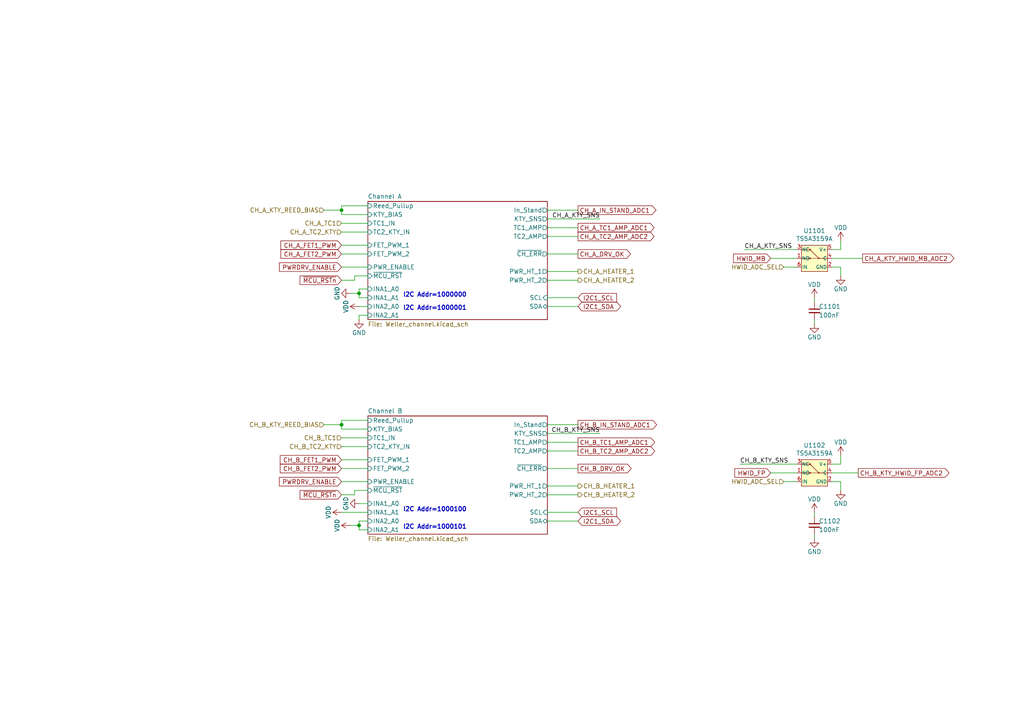
<source format=kicad_sch>
(kicad_sch (version 20211123) (generator eeschema)
  (paper "A4")
  (title_block (title "Dual Weller WMRP or WMRT capable channels") (date "2020-08-07") (rev "R0.1") (company "SolderingStationGroup : Jonny Svärd / Mathias Johansson / Magnus Thulesius"))
  (lib_symbols
    (symbol "Device:C_Small" (pin_numbers hide) (pin_names (offset 0.254) hide)
      (property "Reference" "C" (at 0.254 1.778 0))
      (property "Value" "C_Small" (at 0.254 -2.032 0))
      (symbol "C_Small_0_1"
        (polyline (pts (xy -1.524 -0.508) (xy 1.524 -0.508)) (stroke (width 0.3302)))
        (polyline (pts (xy -1.524 0.508) (xy 1.524 0.508)) (stroke (width 0.3048)))
      )
      (symbol "C_Small_1_1"
        (pin passive line (at 0 2.54 270) (length 2.032) (name "~") (number "1"))
        (pin passive line (at 0 -2.54 90) (length 2.032) (name "~") (number "2"))
      )
    )
    (symbol "customlib_mj:TS5A3159A" (pin_names (offset 0.127))
      (property "Reference" "U" (at 0 5.08 0))
      (property "Value" "TS5A3159A" (at 0 -5.08 0))
      (symbol "TS5A3159A_0_1"
        (rectangle (start -3.81 3.81) (end 3.81 -3.81) (fill (type background)))
        (circle (center -1.27 0) (radius 0.1778))
        (circle (center -1.27 2.54) (radius 0.1778))
        (polyline (pts (xy -3.81 2.54) (xy -1.524 2.54)))
        (polyline (pts (xy -1.524 0) (xy -3.81 0)))
        (polyline (pts (xy -1.27 0) (xy -1.016 0)))
        (polyline (pts (xy -0.762 0) (xy -0.508 0)))
        (polyline (pts (xy -0.254 0) (xy 0 0)))
        (polyline (pts (xy 0.254 0) (xy 0.508 0)))
        (polyline (pts (xy 0.762 0) (xy 1.016 0)))
        (polyline (pts (xy 1.27 0) (xy -1.27 2.54)))
        (circle (center 1.27 0) (radius 0.127))
        (rectangle (start 3.81 0) (end 1.27 0))
      )
      (symbol "TS5A3159A_1_1"
        (pin passive line (at -5.08 0 0) (length 1.27) (name "NO") (number "1"))
        (pin power_in line (at 5.08 -2.54 180) (length 1.27) (name "GND") (number "2"))
        (pin passive line (at -5.08 2.54 0) (length 1.27) (name "NC") (number "3"))
        (pin passive line (at 5.08 0 180) (length 1.27) (name "C") (number "4"))
        (pin power_in line (at 5.08 2.54 180) (length 1.27) (name "V+") (number "5"))
        (pin input line (at -5.08 -2.54 0) (length 1.27) (name "IN") (number "6"))
      )
    )
    (symbol "power:GND" (power) (pin_names (offset 0))
      (property "Value" "GND" (at 0 -3.81 0))
      (symbol "GND_0_1"
        (polyline (pts (xy 0 0) (xy 0 -1.27) (xy 1.27 -1.27) (xy 0 -2.54) (xy -1.27 -1.27) (xy 0 -1.27)))
      )
      (symbol "GND_1_1"
        (pin power_in line (at 0 0 270) (length 0) hide (name "GND") (number "1"))
      )
    )
    (symbol "power:VDD" (power) (pin_names (offset 0))
      (property "Value" "VDD" (at 0 3.81 0))
      (symbol "VDD_0_1"
        (polyline (pts (xy -0.762 1.27) (xy 0 2.54)))
        (polyline (pts (xy 0 0) (xy 0 2.54)))
        (polyline (pts (xy 0 2.54) (xy 0.762 1.27)))
      )
      (symbol "VDD_1_1"
        (pin power_in line (at 0 0 90) (length 0) hide (name "VDD") (number "1"))
      )
    )
  )
  (junction (at 104.14 152.4))
  (junction (at 99.06 60.96))
  (junction (at 99.06 123.19))
  (junction (at 104.14 85.09))
  (wire (pts (xy 167.64 135.89) (xy 158.75 135.89)))
  (wire (pts (xy 99.06 127) (xy 106.68 127)))
  (wire (pts (xy 243.84 132.08) (xy 243.84 134.62)))
  (wire (pts (xy 243.84 72.39) (xy 243.84 69.85)))
  (wire (pts (xy 167.64 151.13) (xy 158.75 151.13)))
  (wire (pts (xy 243.84 139.7) (xy 243.84 142.24)))
  (wire (pts (xy 241.3 74.93) (xy 250.19 74.93)))
  (wire (pts (xy 99.06 73.66) (xy 106.68 73.66)))
  (wire (pts (xy 241.3 77.47) (xy 243.84 77.47)))
  (wire (pts (xy 99.06 59.69) (xy 106.68 59.69)))
  (wire (pts (xy 104.14 92.71) (xy 104.14 91.44)))
  (wire (pts (xy 99.06 81.28) (xy 102.87 81.28)))
  (wire (pts (xy 99.06 62.23) (xy 99.06 60.96)))
  (wire (pts (xy 99.06 124.46) (xy 99.06 123.19)))
  (wire (pts (xy 173.99 63.5) (xy 158.75 63.5)))
  (wire (pts (xy 99.06 133.35) (xy 106.68 133.35)))
  (wire (pts (xy 99.06 71.12) (xy 106.68 71.12)))
  (wire (pts (xy 99.06 129.54) (xy 106.68 129.54)))
  (wire (pts (xy 101.6 152.4) (xy 104.14 152.4)))
  (wire (pts (xy 243.84 134.62) (xy 241.3 134.62)))
  (wire (pts (xy 106.68 142.24) (xy 102.87 142.24)))
  (wire (pts (xy 214.63 134.62) (xy 231.14 134.62)))
  (wire (pts (xy 223.52 74.93) (xy 231.14 74.93)))
  (wire (pts (xy 104.14 85.09) (xy 101.6 85.09)))
  (wire (pts (xy 102.87 81.28) (xy 102.87 80.01)))
  (wire (pts (xy 99.06 135.89) (xy 106.68 135.89)))
  (wire (pts (xy 99.06 148.59) (xy 106.68 148.59)))
  (wire (pts (xy 99.06 67.31) (xy 106.68 67.31)))
  (wire (pts (xy 236.22 149.86) (xy 236.22 148.59)))
  (wire (pts (xy 167.64 148.59) (xy 158.75 148.59)))
  (wire (pts (xy 167.64 66.04) (xy 158.75 66.04)))
  (wire (pts (xy 104.14 83.82) (xy 104.14 85.09)))
  (wire (pts (xy 236.22 92.71) (xy 236.22 93.98)))
  (wire (pts (xy 167.64 88.9) (xy 158.75 88.9)))
  (wire (pts (xy 158.75 143.51) (xy 167.64 143.51)))
  (wire (pts (xy 99.06 124.46) (xy 106.68 124.46)))
  (wire (pts (xy 241.3 139.7) (xy 243.84 139.7)))
  (wire (pts (xy 158.75 81.28) (xy 167.64 81.28)))
  (wire (pts (xy 167.64 130.81) (xy 158.75 130.81)))
  (wire (pts (xy 99.06 121.92) (xy 106.68 121.92)))
  (wire (pts (xy 167.64 60.96) (xy 158.75 60.96)))
  (wire (pts (xy 104.14 88.9) (xy 106.68 88.9)))
  (wire (pts (xy 223.52 137.16) (xy 231.14 137.16)))
  (wire (pts (xy 93.98 123.19) (xy 99.06 123.19)))
  (wire (pts (xy 167.64 73.66) (xy 158.75 73.66)))
  (wire (pts (xy 167.64 140.97) (xy 158.75 140.97)))
  (wire (pts (xy 236.22 154.94) (xy 236.22 156.21)))
  (wire (pts (xy 215.9 72.39) (xy 231.14 72.39)))
  (wire (pts (xy 167.64 68.58) (xy 158.75 68.58)))
  (wire (pts (xy 106.68 151.13) (xy 104.14 151.13)))
  (wire (pts (xy 104.14 153.67) (xy 106.68 153.67)))
  (wire (pts (xy 99.06 139.7) (xy 106.68 139.7)))
  (wire (pts (xy 231.14 139.7) (xy 227.33 139.7)))
  (wire (pts (xy 167.64 86.36) (xy 158.75 86.36)))
  (wire (pts (xy 99.06 64.77) (xy 106.68 64.77)))
  (wire (pts (xy 167.64 78.74) (xy 158.75 78.74)))
  (wire (pts (xy 241.3 137.16) (xy 248.92 137.16)))
  (wire (pts (xy 93.98 60.96) (xy 99.06 60.96)))
  (wire (pts (xy 104.14 151.13) (xy 104.14 152.4)))
  (wire (pts (xy 106.68 62.23) (xy 99.06 62.23)))
  (wire (pts (xy 104.14 86.36) (xy 106.68 86.36)))
  (wire (pts (xy 99.06 123.19) (xy 99.06 121.92)))
  (wire (pts (xy 104.14 152.4) (xy 104.14 153.67)))
  (wire (pts (xy 167.64 128.27) (xy 158.75 128.27)))
  (wire (pts (xy 243.84 77.47) (xy 243.84 80.01)))
  (wire (pts (xy 231.14 77.47) (xy 227.33 77.47)))
  (wire (pts (xy 167.64 123.19) (xy 158.75 123.19)))
  (wire (pts (xy 102.87 143.51) (xy 99.06 143.51)))
  (wire (pts (xy 173.99 125.73) (xy 158.75 125.73)))
  (wire (pts (xy 102.87 80.01) (xy 106.68 80.01)))
  (wire (pts (xy 104.14 146.05) (xy 106.68 146.05)))
  (wire (pts (xy 99.06 77.47) (xy 106.68 77.47)))
  (wire (pts (xy 102.87 142.24) (xy 102.87 143.51)))
  (wire (pts (xy 104.14 91.44) (xy 106.68 91.44)))
  (wire (pts (xy 104.14 85.09) (xy 104.14 86.36)))
  (wire (pts (xy 99.06 60.96) (xy 99.06 59.69)))
  (wire (pts (xy 106.68 83.82) (xy 104.14 83.82)))
  (wire (pts (xy 241.3 72.39) (xy 243.84 72.39)))
  (wire (pts (xy 236.22 87.63) (xy 236.22 86.36)))
  (text "I2C Addr=1000100" (at 116.84 148.59 0) (effects (font (size 1.27 1.27) (thickness 0.254) bold) (justify left bottom)))
  (text "I2C Addr=1000001" (at 116.84 90.17 0) (effects (font (size 1.27 1.27) (thickness 0.254) bold) (justify left bottom)))
  (text "I2C Addr=1000101" (at 116.84 153.67 0) (effects (font (size 1.27 1.27) (thickness 0.254) bold) (justify left bottom)))
  (text "I2C Addr=1000000" (at 116.84 86.36 0) (effects (font (size 1.27 1.27) (thickness 0.254) bold) (justify left bottom)))
  (label "CH_B_KTY_SNS" (at 214.63 134.62 0))
  (label "CH_A_KTY_SNS" (at 173.99 63.5 180))
  (label "CH_A_KTY_SNS" (at 215.9 72.39 0))
  (label "CH_B_KTY_SNS" (at 173.99 125.73 180))
  (global_label "CH_B_FET2_PWM" (shape input) (at 99.06 135.89 180) (property "Intersheet References" "${INTERSHEET_REFS}" (effects hide)))
  (global_label "CH_B_TC1_AMP_ADC1" (shape output) (at 167.64 128.27 0) (property "Intersheet References" "${INTERSHEET_REFS}" (effects hide)))
  (global_label "CH_A_TC1_AMP_ADC1" (shape output) (at 167.64 66.04 0) (property "Intersheet References" "${INTERSHEET_REFS}" (effects hide)))
  (global_label "HWID_FP" (shape input) (at 223.52 137.16 180) (property "Intersheet References" "${INTERSHEET_REFS}" (effects hide)))
  (global_label "~{MCU_RSTn}" (shape input) (at 99.06 81.28 180) (property "Intersheet References" "${INTERSHEET_REFS}" (effects hide)))
  (global_label "CH_A_KTY_HWID_MB_ADC2" (shape output) (at 250.19 74.93 0) (property "Intersheet References" "${INTERSHEET_REFS}" (effects hide)))
  (global_label "CH_A_DRV_OK" (shape output) (at 167.64 73.66 0) (property "Intersheet References" "${INTERSHEET_REFS}" (effects hide)))
  (global_label "I2C1_SDA" (shape bidirectional) (at 167.64 88.9 0) (property "Intersheet References" "${INTERSHEET_REFS}" (effects hide)))
  (global_label "CH_B_TC2_AMP_ADC2" (shape output) (at 167.64 130.81 0) (property "Intersheet References" "${INTERSHEET_REFS}" (effects hide)))
  (global_label "CH_A_IN_STAND_ADC1" (shape output) (at 167.64 60.96 0) (property "Intersheet References" "${INTERSHEET_REFS}" (effects hide)))
  (global_label "I2C1_SDA" (shape bidirectional) (at 167.64 151.13 0) (property "Intersheet References" "${INTERSHEET_REFS}" (effects hide)))
  (global_label "~{MCU_RSTn}" (shape input) (at 99.06 143.51 180) (property "Intersheet References" "${INTERSHEET_REFS}" (effects hide)))
  (global_label "CH_A_FET1_PWM" (shape input) (at 99.06 71.12 180) (property "Intersheet References" "${INTERSHEET_REFS}" (effects hide)))
  (global_label "CH_A_TC2_AMP_ADC2" (shape output) (at 167.64 68.58 0) (property "Intersheet References" "${INTERSHEET_REFS}" (effects hide)))
  (global_label "CH_B_DRV_OK" (shape output) (at 167.64 135.89 0) (property "Intersheet References" "${INTERSHEET_REFS}" (effects hide)))
  (global_label "PWRDRV_ENABLE" (shape input) (at 99.06 139.7 180) (property "Intersheet References" "${INTERSHEET_REFS}" (effects hide)))
  (global_label "CH_B_FET1_PWM" (shape input) (at 99.06 133.35 180) (property "Intersheet References" "${INTERSHEET_REFS}" (effects hide)))
  (global_label "CH_A_FET2_PWM" (shape input) (at 99.06 73.66 180) (property "Intersheet References" "${INTERSHEET_REFS}" (effects hide)))
  (global_label "I2C1_SCL" (shape input) (at 167.64 148.59 0) (property "Intersheet References" "${INTERSHEET_REFS}" (effects hide)))
  (global_label "HWID_MB" (shape input) (at 223.52 74.93 180) (property "Intersheet References" "${INTERSHEET_REFS}" (effects hide)))
  (global_label "CH_B_KTY_HWID_FP_ADC2" (shape output) (at 248.92 137.16 0) (property "Intersheet References" "${INTERSHEET_REFS}" (effects hide)))
  (global_label "I2C1_SCL" (shape input) (at 167.64 86.36 0) (property "Intersheet References" "${INTERSHEET_REFS}" (effects hide)))
  (global_label "PWRDRV_ENABLE" (shape input) (at 99.06 77.47 180) (property "Intersheet References" "${INTERSHEET_REFS}" (effects hide)))
  (global_label "CH_B_IN_STAND_ADC1" (shape output) (at 167.64 123.19 0) (property "Intersheet References" "${INTERSHEET_REFS}" (effects hide)))
  (hierarchical_label "CH_A_HEATER_1" (shape output) (at 167.64 78.74 0))
  (hierarchical_label "CH_B_TC1" (shape input) (at 99.06 127 180))
  (hierarchical_label "CH_B_KTY_REED_BIAS" (shape input) (at 93.98 123.19 180))
  (hierarchical_label "CH_B_TC2_KTY" (shape input) (at 99.06 129.54 180))
  (hierarchical_label "CH_B_HEATER_2" (shape output) (at 167.64 143.51 0))
  (hierarchical_label "CH_A_TC1" (shape input) (at 99.06 64.77 180))
  (hierarchical_label "CH_A_TC2_KTY" (shape input) (at 99.06 67.31 180))
  (hierarchical_label "HWID_ADC_SEL" (shape input) (at 227.33 77.47 180))
  (hierarchical_label "HWID_ADC_SEL" (shape input) (at 227.33 139.7 180))
  (hierarchical_label "CH_A_KTY_REED_BIAS" (shape input) (at 93.98 60.96 180))
  (hierarchical_label "CH_B_HEATER_1" (shape output) (at 167.64 140.97 0))
  (hierarchical_label "CH_A_HEATER_2" (shape output) (at 167.64 81.28 0))
  (symbol (lib_id "power:GND") (at 243.84 142.24 0) (unit 1)
    (property "Reference" "#PWR01109" (effects hide))
    (property "Value" "GND" (at 243.84 146.05 0))
  )
  (symbol (lib_id "power:GND") (at 243.84 80.01 0) (unit 1)
    (property "Reference" "#PWR01102" (effects hide))
    (property "Value" "GND" (at 243.84 83.82 0))
  )
  (symbol (lib_id "power:VDD") (at 243.84 69.85 0) (unit 1)
    (property "Reference" "#PWR01101" (effects hide))
    (property "Value" "VDD" (at 243.84 66.04 0))
  )
  (symbol (lib_id "power:VDD") (at 243.84 132.08 0) (unit 1)
    (property "Reference" "#PWR01108" (effects hide))
    (property "Value" "VDD" (at 243.84 128.27 0))
  )
  (symbol (lib_id "Device:C_Small") (at 236.22 152.4 0) (unit 1)
    (property "Reference" "C1102" (at 237.49 151.13 0) (effects (justify left)))
    (property "Value" "100nF" (at 237.49 153.67 0) (effects (justify left)))
    (property "Footprint" "Capacitor_SMD:C_0402_1005Metric" (effects hide))
    (property "JLC_part" "Basic" (effects hide))
    (property "LCSC" "C1525" (effects hide))
  )
  (symbol (lib_id "power:VDD") (at 236.22 148.59 0) (unit 1)
    (property "Reference" "#PWR01112" (effects hide))
    (property "Value" "VDD" (at 236.22 144.78 0))
  )
  (symbol (lib_id "power:GND") (at 236.22 156.21 0) (unit 1)
    (property "Reference" "#PWR01114" (effects hide))
    (property "Value" "GND" (at 236.22 160.02 0))
  )
  (symbol (lib_id "Device:C_Small") (at 236.22 90.17 0) (unit 1)
    (property "Reference" "C1101" (at 237.49 88.9 0) (effects (justify left)))
    (property "Value" "100nF" (at 237.49 91.44 0) (effects (justify left)))
    (property "Footprint" "Capacitor_SMD:C_0402_1005Metric" (effects hide))
    (property "JLC_part" "Basic" (effects hide))
    (property "LCSC" "C1525" (effects hide))
  )
  (symbol (lib_id "power:VDD") (at 236.22 86.36 0) (unit 1)
    (property "Reference" "#PWR01104" (effects hide))
    (property "Value" "VDD" (at 236.22 82.55 0))
  )
  (symbol (lib_id "power:GND") (at 236.22 93.98 0) (unit 1)
    (property "Reference" "#PWR01107" (effects hide))
    (property "Value" "GND" (at 236.22 97.79 0))
  )
  (symbol (lib_id "power:VDD") (at 104.14 88.9 90) (unit 1)
    (property "Reference" "#PWR01105" (effects hide))
    (property "Value" "VDD" (at 100.33 88.9 0))
  )
  (symbol (lib_id "power:GND") (at 104.14 92.71 0) (unit 1)
    (property "Reference" "#PWR01106" (effects hide))
    (property "Value" "GND" (at 104.14 96.52 0))
  )
  (symbol (lib_id "power:GND") (at 101.6 85.09 270) (unit 1)
    (property "Reference" "#PWR01103" (effects hide))
    (property "Value" "GND" (at 97.79 85.09 0))
  )
  (symbol (lib_id "power:GND") (at 104.14 146.05 270) (unit 1)
    (property "Reference" "#PWR01110" (effects hide))
    (property "Value" "GND" (at 100.33 146.05 0))
  )
  (symbol (lib_id "power:VDD") (at 101.6 152.4 90) (unit 1)
    (property "Reference" "#PWR01113" (effects hide))
    (property "Value" "VDD" (at 97.79 152.4 0))
  )
  (symbol (lib_id "power:VDD") (at 99.06 148.59 90) (unit 1)
    (property "Reference" "#PWR01111" (effects hide))
    (property "Value" "VDD" (at 95.25 148.59 0))
  )
  (symbol (lib_id "customlib_mj:TS5A3159A") (at 236.22 74.93 0) (unit 1)
    (property "Reference" "U1101" (at 236.22 66.929 0))
    (property "Value" "TS5A3159A" (at 236.22 69.2404 0))
    (property "Footprint" "Package_TO_SOT_SMD:TSOT-23-6" (effects hide))
    (property "Datasheet" "https://www.ti.com/product/TS5A3159A" (effects hide))
    (property "JLC_part" "Extended" (effects hide))
    (property "LCSC" "C128405" (effects hide))
  )
  (symbol (lib_id "customlib_mj:TS5A3159A") (at 236.22 137.16 0) (unit 1)
    (property "Reference" "U1102" (at 236.22 129.159 0))
    (property "Value" "TS5A3159A" (at 236.22 131.4704 0))
    (property "Footprint" "Package_TO_SOT_SMD:TSOT-23-6" (effects hide))
    (property "Datasheet" "https://www.ti.com/product/TS5A3159A" (effects hide))
    (property "JLC_part" "Extended" (effects hide))
    (property "LCSC" "C128405" (effects hide))
  )
  (sheet (at 106.68 58.42) (size 52.07 34.29)
    (property "Sheet name" "Channel A" (at 106.68 57.7084 0) (effects (justify left bottom)))
    (property "Sheet file" "Weller_channel.kicad_sch" (at 106.68 93.2946 0) (effects (justify left top)))
    (pin "In_Stand" output (at 158.75 60.96 0))
    (pin "TC1_IN" input (at 106.68 64.77 180))
    (pin "KTY_BIAS" input (at 106.68 62.23 180))
    (pin "TC2_KTY_IN" input (at 106.68 67.31 180))
    (pin "TC1_AMP" output (at 158.75 66.04 0))
    (pin "TC2_AMP" output (at 158.75 68.58 0))
    (pin "INA1_A0" input (at 106.68 83.82 180))
    (pin "INA1_A1" input (at 106.68 86.36 180))
    (pin "SDA" bidirectional (at 158.75 88.9 0))
    (pin "SCL" input (at 158.75 86.36 0))
    (pin "INA2_A0" input (at 106.68 88.9 180))
    (pin "INA2_A1" input (at 106.68 91.44 180))
    (pin "PWR_ENABLE" input (at 106.68 77.47 180))
    (pin "FET_PWM_1" input (at 106.68 71.12 180))
    (pin "FET_PWM_2" input (at 106.68 73.66 180))
    (pin "~{MCU_RST}" input (at 106.68 80.01 180))
    (pin "~{CH_ERR}" output (at 158.75 73.66 0))
    (pin "PWR_HT_1" output (at 158.75 78.74 0))
    (pin "PWR_HT_2" output (at 158.75 81.28 0))
    (pin "KTY_SNS" output (at 158.75 63.5 0))
    (pin "Reed_Pullup" input (at 106.68 59.69 180))
  )
  (sheet (at 106.68 120.65) (size 52.07 34.29)
    (property "Sheet name" "Channel B" (at 106.68 119.9384 0) (effects (justify left bottom)))
    (property "Sheet file" "Weller_channel.kicad_sch" (at 106.68 155.5246 0) (effects (justify left top)))
    (pin "In_Stand" output (at 158.75 123.19 0))
    (pin "TC1_IN" input (at 106.68 127 180))
    (pin "KTY_BIAS" input (at 106.68 124.46 180))
    (pin "TC2_KTY_IN" input (at 106.68 129.54 180))
    (pin "TC1_AMP" output (at 158.75 128.27 0))
    (pin "TC2_AMP" output (at 158.75 130.81 0))
    (pin "INA1_A0" input (at 106.68 146.05 180))
    (pin "INA1_A1" input (at 106.68 148.59 180))
    (pin "SDA" bidirectional (at 158.75 151.13 0))
    (pin "SCL" input (at 158.75 148.59 0))
    (pin "INA2_A0" input (at 106.68 151.13 180))
    (pin "INA2_A1" input (at 106.68 153.67 180))
    (pin "PWR_ENABLE" input (at 106.68 139.7 180))
    (pin "FET_PWM_1" input (at 106.68 133.35 180))
    (pin "FET_PWM_2" input (at 106.68 135.89 180))
    (pin "~{MCU_RST}" input (at 106.68 142.24 180))
    (pin "~{CH_ERR}" output (at 158.75 135.89 0))
    (pin "PWR_HT_1" output (at 158.75 140.97 0))
    (pin "PWR_HT_2" output (at 158.75 143.51 0))
    (pin "KTY_SNS" output (at 158.75 125.73 0))
    (pin "Reed_Pullup" input (at 106.68 121.92 180))
  )
)
</source>
